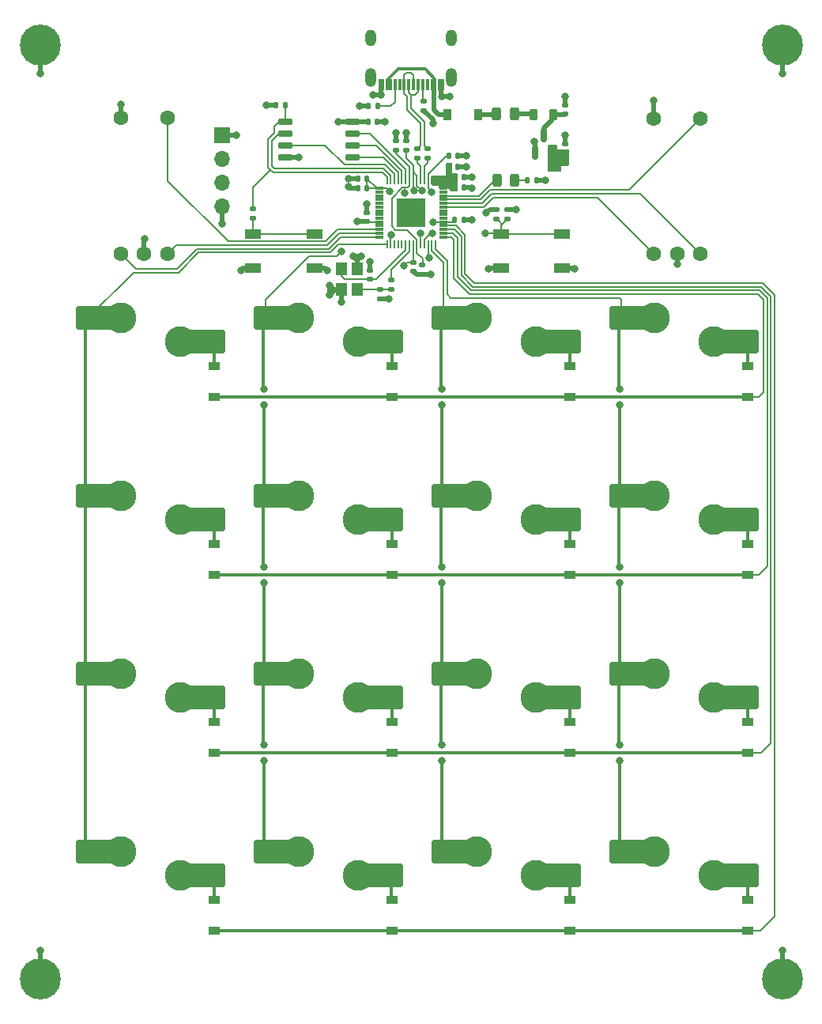
<source format=gbr>
%TF.GenerationSoftware,KiCad,Pcbnew,6.0.9-8da3e8f707~116~ubuntu20.04.1*%
%TF.CreationDate,2023-04-01T10:59:08+02:00*%
%TF.ProjectId,minikey,6d696e69-6b65-4792-9e6b-696361645f70,rev?*%
%TF.SameCoordinates,Original*%
%TF.FileFunction,Copper,L1,Top*%
%TF.FilePolarity,Positive*%
%FSLAX46Y46*%
G04 Gerber Fmt 4.6, Leading zero omitted, Abs format (unit mm)*
G04 Created by KiCad (PCBNEW 6.0.9-8da3e8f707~116~ubuntu20.04.1) date 2023-04-01 10:59:08*
%MOMM*%
%LPD*%
G01*
G04 APERTURE LIST*
G04 Aperture macros list*
%AMRoundRect*
0 Rectangle with rounded corners*
0 $1 Rounding radius*
0 $2 $3 $4 $5 $6 $7 $8 $9 X,Y pos of 4 corners*
0 Add a 4 corners polygon primitive as box body*
4,1,4,$2,$3,$4,$5,$6,$7,$8,$9,$2,$3,0*
0 Add four circle primitives for the rounded corners*
1,1,$1+$1,$2,$3*
1,1,$1+$1,$4,$5*
1,1,$1+$1,$6,$7*
1,1,$1+$1,$8,$9*
0 Add four rect primitives between the rounded corners*
20,1,$1+$1,$2,$3,$4,$5,0*
20,1,$1+$1,$4,$5,$6,$7,0*
20,1,$1+$1,$6,$7,$8,$9,0*
20,1,$1+$1,$8,$9,$2,$3,0*%
G04 Aperture macros list end*
%TA.AperFunction,SMDPad,CuDef*%
%ADD10RoundRect,0.218750X-0.218750X-0.381250X0.218750X-0.381250X0.218750X0.381250X-0.218750X0.381250X0*%
%TD*%
%TA.AperFunction,SMDPad,CuDef*%
%ADD11R,1.200000X1.400000*%
%TD*%
%TA.AperFunction,SMDPad,CuDef*%
%ADD12R,1.200000X0.900000*%
%TD*%
%TA.AperFunction,ComponentPad*%
%ADD13C,0.700000*%
%TD*%
%TA.AperFunction,ComponentPad*%
%ADD14C,4.400000*%
%TD*%
%TA.AperFunction,SMDPad,CuDef*%
%ADD15RoundRect,0.135000X0.185000X-0.135000X0.185000X0.135000X-0.185000X0.135000X-0.185000X-0.135000X0*%
%TD*%
%TA.AperFunction,SMDPad,CuDef*%
%ADD16RoundRect,0.135000X-0.135000X-0.185000X0.135000X-0.185000X0.135000X0.185000X-0.135000X0.185000X0*%
%TD*%
%TA.AperFunction,SMDPad,CuDef*%
%ADD17RoundRect,0.140000X-0.140000X-0.170000X0.140000X-0.170000X0.140000X0.170000X-0.140000X0.170000X0*%
%TD*%
%TA.AperFunction,ComponentPad*%
%ADD18O,1.200000X2.000000*%
%TD*%
%TA.AperFunction,ComponentPad*%
%ADD19O,1.200000X1.800000*%
%TD*%
%TA.AperFunction,SMDPad,CuDef*%
%ADD20R,0.300000X1.300000*%
%TD*%
%TA.AperFunction,SMDPad,CuDef*%
%ADD21RoundRect,0.140000X0.170000X-0.140000X0.170000X0.140000X-0.170000X0.140000X-0.170000X-0.140000X0*%
%TD*%
%TA.AperFunction,SMDPad,CuDef*%
%ADD22RoundRect,0.140000X-0.170000X0.140000X-0.170000X-0.140000X0.170000X-0.140000X0.170000X0.140000X0*%
%TD*%
%TA.AperFunction,SMDPad,CuDef*%
%ADD23R,1.650000X2.500000*%
%TD*%
%TA.AperFunction,ComponentPad*%
%ADD24C,3.300000*%
%TD*%
%TA.AperFunction,SMDPad,CuDef*%
%ADD25RoundRect,0.250000X-1.025000X-1.000000X1.025000X-1.000000X1.025000X1.000000X-1.025000X1.000000X0*%
%TD*%
%TA.AperFunction,SMDPad,CuDef*%
%ADD26RoundRect,0.135000X-0.185000X0.135000X-0.185000X-0.135000X0.185000X-0.135000X0.185000X0.135000X0*%
%TD*%
%TA.AperFunction,SMDPad,CuDef*%
%ADD27RoundRect,0.243750X-0.243750X-0.456250X0.243750X-0.456250X0.243750X0.456250X-0.243750X0.456250X0*%
%TD*%
%TA.AperFunction,SMDPad,CuDef*%
%ADD28RoundRect,0.140000X0.140000X0.170000X-0.140000X0.170000X-0.140000X-0.170000X0.140000X-0.170000X0*%
%TD*%
%TA.AperFunction,SMDPad,CuDef*%
%ADD29RoundRect,0.150000X-0.650000X-0.150000X0.650000X-0.150000X0.650000X0.150000X-0.650000X0.150000X0*%
%TD*%
%TA.AperFunction,SMDPad,CuDef*%
%ADD30R,1.700000X1.000000*%
%TD*%
%TA.AperFunction,SMDPad,CuDef*%
%ADD31R,0.900000X1.200000*%
%TD*%
%TA.AperFunction,SMDPad,CuDef*%
%ADD32RoundRect,0.150000X0.150000X-0.587500X0.150000X0.587500X-0.150000X0.587500X-0.150000X-0.587500X0*%
%TD*%
%TA.AperFunction,SMDPad,CuDef*%
%ADD33RoundRect,0.006000X-0.414000X-0.094000X0.414000X-0.094000X0.414000X0.094000X-0.414000X0.094000X0*%
%TD*%
%TA.AperFunction,SMDPad,CuDef*%
%ADD34RoundRect,0.020000X-0.080000X-0.400000X0.080000X-0.400000X0.080000X0.400000X-0.080000X0.400000X0*%
%TD*%
%TA.AperFunction,SMDPad,CuDef*%
%ADD35R,3.100000X3.100000*%
%TD*%
%TA.AperFunction,ComponentPad*%
%ADD36R,1.700000X1.700000*%
%TD*%
%TA.AperFunction,ComponentPad*%
%ADD37O,1.700000X1.700000*%
%TD*%
%TA.AperFunction,ComponentPad*%
%ADD38C,1.600200*%
%TD*%
%TA.AperFunction,ViaPad*%
%ADD39C,0.800000*%
%TD*%
%TA.AperFunction,Conductor*%
%ADD40C,0.500000*%
%TD*%
%TA.AperFunction,Conductor*%
%ADD41C,0.200000*%
%TD*%
%TA.AperFunction,Conductor*%
%ADD42C,0.300000*%
%TD*%
G04 APERTURE END LIST*
D10*
%TO.P,FB1,1*%
%TO.N,Net-(F1-Pad2)*%
X171237500Y-72150000D03*
%TO.P,FB1,2*%
%TO.N,Net-(C1-Pad1)*%
X173362500Y-72150000D03*
%TD*%
D11*
%TO.P,Y1,1,1*%
%TO.N,Net-(C15-Pad2)*%
X152310000Y-90910000D03*
%TO.P,Y1,2,2*%
%TO.N,GND*%
X152310000Y-88710000D03*
%TO.P,Y1,3,3*%
%TO.N,XIN*%
X150610000Y-88710000D03*
%TO.P,Y1,4,4*%
%TO.N,GND*%
X150610000Y-90910000D03*
%TD*%
D12*
%TO.P,D1,1,K*%
%TO.N,ROW0*%
X136969500Y-102424500D03*
%TO.P,D1,2,A*%
%TO.N,Net-(D1-Pad2)*%
X136969500Y-99124500D03*
%TD*%
D13*
%TO.P,H4,1,1*%
%TO.N,GND*%
X197850000Y-166370000D03*
X196200000Y-164720000D03*
X197850000Y-163070000D03*
X199016726Y-165886726D03*
X196683274Y-165886726D03*
X199016726Y-163553274D03*
D14*
X197850000Y-164720000D03*
D13*
X196683274Y-163553274D03*
X199500000Y-164720000D03*
%TD*%
D12*
%TO.P,D15,1,K*%
%TO.N,ROW2*%
X194119500Y-140524500D03*
%TO.P,D15,2,A*%
%TO.N,Net-(D15-Pad2)*%
X194119500Y-137224500D03*
%TD*%
%TO.P,D6,1,K*%
%TO.N,ROW1*%
X156019500Y-121474500D03*
%TO.P,D6,2,A*%
%TO.N,Net-(D6-Pad2)*%
X156019500Y-118174500D03*
%TD*%
D15*
%TO.P,R9,1*%
%TO.N,GND*%
X159480000Y-71770000D03*
%TO.P,R9,2*%
%TO.N,Net-(R9-Pad2)*%
X159480000Y-70750000D03*
%TD*%
D16*
%TO.P,R7,1*%
%TO.N,Net-(D17-Pad2)*%
X170562500Y-79200000D03*
%TO.P,R7,2*%
%TO.N,+3V3*%
X171582500Y-79200000D03*
%TD*%
D17*
%TO.P,C8,1*%
%TO.N,+3V3*%
X162778500Y-78867000D03*
%TO.P,C8,2*%
%TO.N,GND*%
X163738500Y-78867000D03*
%TD*%
D12*
%TO.P,D16,1,K*%
%TO.N,ROW3*%
X194119500Y-159574500D03*
%TO.P,D16,2,A*%
%TO.N,Net-(D16-Pad2)*%
X194119500Y-156274500D03*
%TD*%
D16*
%TO.P,R5,1*%
%TO.N,+3V3*%
X143570000Y-71210000D03*
%TO.P,R5,2*%
%TO.N,QSPI_SS_N*%
X144590000Y-71210000D03*
%TD*%
D18*
%TO.P,U6,0,0*%
%TO.N,unconnected-(U6-Pad0)*%
X153790895Y-68166761D03*
D19*
X162441137Y-63966862D03*
X153790895Y-63966862D03*
D18*
X162441137Y-68166761D03*
D20*
%TO.P,U6,A1,GND*%
%TO.N,GND*%
X161466029Y-68935087D03*
%TO.P,U6,A4,VBUS*%
%TO.N,VBUS*%
X160665927Y-68935087D03*
%TO.P,U6,A5,CC1*%
%TO.N,Net-(R9-Pad2)*%
X159365953Y-68935087D03*
%TO.P,U6,A6,DP1*%
%TO.N,USB_D+*%
X158365953Y-68935087D03*
%TO.P,U6,A7,DN1*%
%TO.N,USB_D-*%
X157866080Y-68935087D03*
%TO.P,U6,A8,SBU1*%
%TO.N,unconnected-(U6-PadA8)*%
X156866334Y-68935087D03*
%TO.P,U6,A9,VBUS*%
%TO.N,VBUS*%
X155565851Y-68935087D03*
%TO.P,U6,A12,GND*%
%TO.N,GND*%
X154766003Y-68935087D03*
%TO.P,U6,B1,GND*%
X155065978Y-68935087D03*
%TO.P,U6,B4,VBUS*%
%TO.N,VBUS*%
X155866080Y-68935087D03*
%TO.P,U6,B5,CC2*%
%TO.N,Net-(R8-Pad2)*%
X156365953Y-68935087D03*
%TO.P,U6,B6,DP2*%
%TO.N,USB_D+*%
X157365953Y-68935087D03*
%TO.P,U6,B7,DN2*%
%TO.N,USB_D-*%
X158866080Y-68935087D03*
%TO.P,U6,B8,SBU2*%
%TO.N,unconnected-(U6-PadB8)*%
X159866080Y-68935087D03*
%TO.P,U6,B9,VBUS*%
%TO.N,VBUS*%
X160365953Y-68935087D03*
%TO.P,U6,B12,GND*%
%TO.N,GND*%
X161166054Y-68935087D03*
%TD*%
D15*
%TO.P,R3,1*%
%TO.N,USB_D+*%
X158777500Y-76860000D03*
%TO.P,R3,2*%
X158777500Y-75840000D03*
%TD*%
D21*
%TO.P,C17,1*%
%TO.N,RUN*%
X168420000Y-83320000D03*
%TO.P,C17,2*%
%TO.N,GND*%
X168420000Y-82360000D03*
%TD*%
D22*
%TO.P,C14,1*%
%TO.N,GND*%
X153710000Y-88850000D03*
%TO.P,C14,2*%
%TO.N,XIN*%
X153710000Y-89810000D03*
%TD*%
D23*
%TO.P,SW1,1,1*%
%TO.N,Net-(D1-Pad2)*%
X135175000Y-96520000D03*
D24*
X133350000Y-96520000D03*
D25*
X136900000Y-96520000D03*
%TO.P,SW1,2,2*%
%TO.N,COL0*%
X123450000Y-93980000D03*
D23*
X125200000Y-93980000D03*
D24*
X127000000Y-93980000D03*
%TD*%
D26*
%TO.P,R4,1*%
%TO.N,+3V3*%
X167230000Y-82320000D03*
%TO.P,R4,2*%
%TO.N,RUN*%
X167230000Y-83340000D03*
%TD*%
D17*
%TO.P,C6,1*%
%TO.N,+3V3*%
X162160000Y-77740000D03*
%TO.P,C6,2*%
%TO.N,GND*%
X163120000Y-77740000D03*
%TD*%
D12*
%TO.P,D11,1,K*%
%TO.N,ROW2*%
X175069500Y-140524500D03*
%TO.P,D11,2,A*%
%TO.N,Net-(D11-Pad2)*%
X175069500Y-137224500D03*
%TD*%
D22*
%TO.P,C11,1*%
%TO.N,+3V3*%
X158360000Y-88020000D03*
%TO.P,C11,2*%
%TO.N,GND*%
X158360000Y-88980000D03*
%TD*%
D12*
%TO.P,D4,1,K*%
%TO.N,ROW3*%
X136969500Y-159574500D03*
%TO.P,D4,2,A*%
%TO.N,Net-(D4-Pad2)*%
X136969500Y-156274500D03*
%TD*%
%TO.P,D14,1,K*%
%TO.N,ROW1*%
X194119500Y-121474500D03*
%TO.P,D14,2,A*%
%TO.N,Net-(D14-Pad2)*%
X194119500Y-118174500D03*
%TD*%
D17*
%TO.P,C9,1*%
%TO.N,+3V3*%
X162778500Y-80010000D03*
%TO.P,C9,2*%
%TO.N,GND*%
X163738500Y-80010000D03*
%TD*%
D23*
%TO.P,SW10,1,1*%
%TO.N,Net-(D9-Pad2)*%
X173275000Y-96520000D03*
D24*
X171450000Y-96520000D03*
D25*
X175000000Y-96520000D03*
D23*
%TO.P,SW10,2,2*%
%TO.N,COL2*%
X163300000Y-93980000D03*
D24*
X165100000Y-93980000D03*
D25*
X161550000Y-93980000D03*
%TD*%
D24*
%TO.P,SW17,1,1*%
%TO.N,Net-(D15-Pad2)*%
X190500000Y-134620000D03*
D25*
X194050000Y-134620000D03*
D23*
X192325000Y-134620000D03*
%TO.P,SW17,2,2*%
%TO.N,COL3*%
X182350000Y-132080000D03*
D25*
X180600000Y-132080000D03*
D24*
X184150000Y-132080000D03*
%TD*%
D27*
%TO.P,D17,1,K*%
%TO.N,LED*%
X167345000Y-79190000D03*
%TO.P,D17,2,A*%
%TO.N,Net-(D17-Pad2)*%
X169220000Y-79190000D03*
%TD*%
D21*
%TO.P,C3,1*%
%TO.N,+1V1*%
X156487000Y-75960000D03*
%TO.P,C3,2*%
%TO.N,GND*%
X156487000Y-75000000D03*
%TD*%
D12*
%TO.P,D7,1,K*%
%TO.N,ROW2*%
X156019500Y-140524500D03*
%TO.P,D7,2,A*%
%TO.N,Net-(D7-Pad2)*%
X156019500Y-137224500D03*
%TD*%
D21*
%TO.P,C12,1*%
%TO.N,+3V3*%
X153352500Y-83637000D03*
%TO.P,C12,2*%
%TO.N,GND*%
X153352500Y-82677000D03*
%TD*%
D28*
%TO.P,C18,1*%
%TO.N,+3V3*%
X153340000Y-79010000D03*
%TO.P,C18,2*%
%TO.N,GND*%
X152380000Y-79010000D03*
%TD*%
D12*
%TO.P,D12,1,K*%
%TO.N,ROW3*%
X175069500Y-159574500D03*
%TO.P,D12,2,A*%
%TO.N,Net-(D12-Pad2)*%
X175069500Y-156274500D03*
%TD*%
D13*
%TO.P,H1,1,1*%
%TO.N,GND*%
X118360000Y-63070000D03*
X117193274Y-65886726D03*
X120010000Y-64720000D03*
X119526726Y-65886726D03*
D14*
X118360000Y-64720000D03*
D13*
X118360000Y-66370000D03*
X116710000Y-64720000D03*
X117193274Y-63553274D03*
X119526726Y-63553274D03*
%TD*%
D23*
%TO.P,SW9,1,1*%
%TO.N,Net-(D8-Pad2)*%
X154225000Y-153670000D03*
D25*
X155950000Y-153670000D03*
D24*
X152400000Y-153670000D03*
D25*
%TO.P,SW9,2,2*%
%TO.N,COL1*%
X142500000Y-151130000D03*
D23*
X144250000Y-151130000D03*
D24*
X146050000Y-151130000D03*
%TD*%
D29*
%TO.P,U3,1,~{CS}*%
%TO.N,QSPI_SS_N*%
X144590000Y-72945000D03*
%TO.P,U3,2,DO(IO1)*%
%TO.N,QSPI_SD1*%
X144590000Y-74215000D03*
%TO.P,U3,3,IO2*%
%TO.N,QSPI_SD2*%
X144590000Y-75485000D03*
%TO.P,U3,4,GND*%
%TO.N,GND*%
X144590000Y-76755000D03*
%TO.P,U3,5,DI(IO0)*%
%TO.N,QSPI_SD0*%
X151790000Y-76755000D03*
%TO.P,U3,6,CLK*%
%TO.N,QSPI_SCLK*%
X151790000Y-75485000D03*
%TO.P,U3,7,IO3*%
%TO.N,QSPI_SD3*%
X151790000Y-74215000D03*
%TO.P,U3,8,VCC*%
%TO.N,+3V3*%
X151790000Y-72945000D03*
%TD*%
D30*
%TO.P,U4,1,A*%
%TO.N,GND*%
X147790000Y-88650000D03*
%TO.P,U4,2,B*%
X141190050Y-88651270D03*
%TO.P,U4,3,C*%
%TO.N,Net-(R1-Pad1)*%
X147790000Y-84950482D03*
%TO.P,U4,4,D*%
X141190050Y-84950482D03*
%TD*%
D31*
%TO.P,D18,1,K*%
%TO.N,Net-(D18-Pad1)*%
X165300000Y-72190000D03*
%TO.P,D18,2,A*%
%TO.N,VBUS*%
X162000000Y-72190000D03*
%TD*%
D25*
%TO.P,SW6,1,1*%
%TO.N,Net-(D5-Pad2)*%
X155950000Y-96520000D03*
D24*
X152400000Y-96520000D03*
D23*
X154225000Y-96520000D03*
%TO.P,SW6,2,2*%
%TO.N,COL1*%
X144250000Y-93980000D03*
D25*
X142500000Y-93980000D03*
D24*
X146050000Y-93980000D03*
%TD*%
D32*
%TO.P,U2,1,GND*%
%TO.N,GND*%
X171340000Y-76275000D03*
%TO.P,U2,2,VO*%
%TO.N,+3V3*%
X173240000Y-76275000D03*
%TO.P,U2,3,VI*%
%TO.N,Net-(C1-Pad1)*%
X172290000Y-74400000D03*
%TD*%
D17*
%TO.P,C5,1*%
%TO.N,+1V1*%
X162160000Y-76597000D03*
%TO.P,C5,2*%
%TO.N,GND*%
X163120000Y-76597000D03*
%TD*%
D25*
%TO.P,SW11,1,1*%
%TO.N,Net-(D10-Pad2)*%
X175000000Y-115570000D03*
D24*
X171450000Y-115570000D03*
D23*
X173275000Y-115570000D03*
D24*
%TO.P,SW11,2,2*%
%TO.N,COL2*%
X165100000Y-113030000D03*
D23*
X163300000Y-113030000D03*
D25*
X161550000Y-113030000D03*
%TD*%
D24*
%TO.P,SW13,1,1*%
%TO.N,Net-(D12-Pad2)*%
X171450000Y-153670000D03*
D25*
X175000000Y-153670000D03*
D23*
X173275000Y-153670000D03*
D24*
%TO.P,SW13,2,2*%
%TO.N,COL2*%
X165100000Y-151130000D03*
D25*
X161550000Y-151130000D03*
D23*
X163300000Y-151130000D03*
%TD*%
D15*
%TO.P,R6,1*%
%TO.N,Net-(C15-Pad2)*%
X155940000Y-90920000D03*
%TO.P,R6,2*%
%TO.N,XOUT*%
X155940000Y-89900000D03*
%TD*%
D12*
%TO.P,D8,1,K*%
%TO.N,ROW3*%
X156019500Y-159574500D03*
%TO.P,D8,2,A*%
%TO.N,Net-(D8-Pad2)*%
X156019500Y-156274500D03*
%TD*%
D21*
%TO.P,C7,1*%
%TO.N,+3V3*%
X157570000Y-75960000D03*
%TO.P,C7,2*%
%TO.N,GND*%
X157570000Y-75000000D03*
%TD*%
D24*
%TO.P,SW3,1,1*%
%TO.N,Net-(D3-Pad2)*%
X133350000Y-134620000D03*
D25*
X136900000Y-134620000D03*
D23*
X135175000Y-134620000D03*
D25*
%TO.P,SW3,2,2*%
%TO.N,COL0*%
X123450000Y-132080000D03*
D23*
X125200000Y-132080000D03*
D24*
X127000000Y-132080000D03*
%TD*%
D33*
%TO.P,U1,1,IOVDD*%
%TO.N,+3V3*%
X154680000Y-80077000D03*
%TO.P,U1,2,GPIO0*%
%TO.N,unconnected-(U1-Pad2)*%
X154680000Y-80477000D03*
%TO.P,U1,3,GPIO1*%
%TO.N,unconnected-(U1-Pad3)*%
X154680000Y-80877000D03*
%TO.P,U1,4,GPIO2*%
%TO.N,unconnected-(U1-Pad4)*%
X154680000Y-81277000D03*
%TO.P,U1,5,GPIO3*%
%TO.N,unconnected-(U1-Pad5)*%
X154680000Y-81677000D03*
%TO.P,U1,6,GPIO4*%
%TO.N,unconnected-(U1-Pad6)*%
X154680000Y-82077000D03*
%TO.P,U1,7,GPIO5*%
%TO.N,unconnected-(U1-Pad7)*%
X154680000Y-82477000D03*
%TO.P,U1,8,GPIO6*%
%TO.N,unconnected-(U1-Pad8)*%
X154680000Y-82877000D03*
%TO.P,U1,9,GPIO7*%
%TO.N,unconnected-(U1-Pad9)*%
X154680000Y-83277000D03*
%TO.P,U1,10,IOVDD*%
%TO.N,+3V3*%
X154680000Y-83677000D03*
%TO.P,U1,11,GPIO8*%
%TO.N,unconnected-(U1-Pad11)*%
X154680000Y-84077000D03*
%TO.P,U1,12,GPIO9*%
%TO.N,ROT1_BTN*%
X154680000Y-84477000D03*
%TO.P,U1,13,GPIO10*%
%TO.N,ROT1_A*%
X154680000Y-84877000D03*
%TO.P,U1,14,GPIO11*%
%TO.N,ROT1_B*%
X154680000Y-85277000D03*
D34*
%TO.P,U1,15,GPIO12*%
%TO.N,COL0*%
X155515000Y-86112000D03*
%TO.P,U1,16,GPIO13*%
%TO.N,COL1*%
X155915000Y-86112000D03*
%TO.P,U1,17,GPIO14*%
%TO.N,unconnected-(U1-Pad17)*%
X156315000Y-86112000D03*
%TO.P,U1,18,GPIO15*%
%TO.N,unconnected-(U1-Pad18)*%
X156715000Y-86112000D03*
%TO.P,U1,19,TESTEN*%
%TO.N,unconnected-(U1-Pad19)*%
X157115000Y-86112000D03*
%TO.P,U1,20,XIN*%
%TO.N,XIN*%
X157515000Y-86112000D03*
%TO.P,U1,21,XOUT*%
%TO.N,XOUT*%
X157915000Y-86112000D03*
%TO.P,U1,22,IOVDD*%
%TO.N,+3V3*%
X158315000Y-86112000D03*
%TO.P,U1,23,DVDD*%
%TO.N,+1V1*%
X158715000Y-86112000D03*
%TO.P,U1,24,SWCLK*%
%TO.N,SWCLK*%
X159115000Y-86112000D03*
%TO.P,U1,25,SWDIO*%
%TO.N,SWDIO*%
X159515000Y-86112000D03*
%TO.P,U1,26,RUN*%
%TO.N,RUN*%
X159915000Y-86112000D03*
%TO.P,U1,27,GPIO16*%
%TO.N,COL2*%
X160315000Y-86112000D03*
%TO.P,U1,28,GPIO17*%
%TO.N,COL3*%
X160715000Y-86112000D03*
D33*
%TO.P,U1,29,GPIO18*%
%TO.N,ROW0*%
X161550000Y-85277000D03*
%TO.P,U1,30,GPIO19*%
%TO.N,ROW1*%
X161550000Y-84877000D03*
%TO.P,U1,31,GPIO20*%
%TO.N,ROW2*%
X161550000Y-84477000D03*
%TO.P,U1,32,GPIO21*%
%TO.N,ROW3*%
X161550000Y-84077000D03*
%TO.P,U1,33,IOVDD*%
%TO.N,+3V3*%
X161550000Y-83677000D03*
%TO.P,U1,34,GPIO22*%
%TO.N,unconnected-(U1-Pad34)*%
X161550000Y-83277000D03*
%TO.P,U1,35,GPIO23*%
%TO.N,unconnected-(U1-Pad35)*%
X161550000Y-82877000D03*
%TO.P,U1,36,GPIO24*%
%TO.N,unconnected-(U1-Pad36)*%
X161550000Y-82477000D03*
%TO.P,U1,37,GPIO25*%
%TO.N,ROT2_B*%
X161550000Y-82077000D03*
%TO.P,U1,38,GPIO26/ADC0*%
%TO.N,ROT2_A*%
X161550000Y-81677000D03*
%TO.P,U1,39,GPIO27/ADC1*%
%TO.N,ROT2_BTN*%
X161550000Y-81277000D03*
%TO.P,U1,40,GPIO28/ADC2*%
%TO.N,LED*%
X161550000Y-80877000D03*
%TO.P,U1,41,GPIO29/ADC3*%
%TO.N,unconnected-(U1-Pad41)*%
X161550000Y-80477000D03*
%TO.P,U1,42,IOVDD*%
%TO.N,+3V3*%
X161550000Y-80077000D03*
D34*
%TO.P,U1,43,ADC_AVDD*%
X160715000Y-79242000D03*
%TO.P,U1,44,VREG_VIN*%
X160315000Y-79242000D03*
%TO.P,U1,45,VREG_VOUT*%
%TO.N,+1V1*%
X159915000Y-79242000D03*
%TO.P,U1,46,USB_DM*%
%TO.N,USB_D-*%
X159515000Y-79242000D03*
%TO.P,U1,47,USB_DP*%
%TO.N,USB_D+*%
X159115000Y-79242000D03*
%TO.P,U1,48,USB_VDD*%
%TO.N,+3V3*%
X158715000Y-79242000D03*
%TO.P,U1,49,IOVDD*%
X158315000Y-79242000D03*
%TO.P,U1,50,DVDD*%
%TO.N,+1V1*%
X157915000Y-79242000D03*
%TO.P,U1,51,QSPI_SD3*%
%TO.N,QSPI_SD3*%
X157515000Y-79242000D03*
%TO.P,U1,52,QSPI_SCLK*%
%TO.N,QSPI_SCLK*%
X157115000Y-79242000D03*
%TO.P,U1,53,QSPI_SD0*%
%TO.N,QSPI_SD0*%
X156715000Y-79242000D03*
%TO.P,U1,54,QSPI_SD2*%
%TO.N,QSPI_SD2*%
X156315000Y-79242000D03*
%TO.P,U1,55,QSPI_SD1*%
%TO.N,QSPI_SD1*%
X155915000Y-79242000D03*
%TO.P,U1,56,QSPI_SS_N*%
%TO.N,QSPI_SS_N*%
X155515000Y-79242000D03*
D35*
%TO.P,U1,57,GND*%
%TO.N,GND*%
X158115000Y-82677000D03*
%TD*%
D12*
%TO.P,D13,1,K*%
%TO.N,ROW0*%
X194119500Y-102424500D03*
%TO.P,D13,2,A*%
%TO.N,Net-(D13-Pad2)*%
X194119500Y-99124500D03*
%TD*%
D23*
%TO.P,SW12,1,1*%
%TO.N,Net-(D11-Pad2)*%
X173275000Y-134620000D03*
D25*
X175000000Y-134620000D03*
D24*
X171450000Y-134620000D03*
%TO.P,SW12,2,2*%
%TO.N,COL2*%
X165100000Y-132080000D03*
D25*
X161550000Y-132080000D03*
D23*
X163300000Y-132080000D03*
%TD*%
D24*
%TO.P,SW7,1,1*%
%TO.N,Net-(D6-Pad2)*%
X152400000Y-115570000D03*
D23*
X154225000Y-115570000D03*
D25*
X155950000Y-115570000D03*
%TO.P,SW7,2,2*%
%TO.N,COL1*%
X142500000Y-113030000D03*
D23*
X144250000Y-113030000D03*
D24*
X146050000Y-113030000D03*
%TD*%
D30*
%TO.P,U5,1,A*%
%TO.N,RUN*%
X167700025Y-84950876D03*
%TO.P,U5,2,B*%
X174299975Y-84949606D03*
%TO.P,U5,3,C*%
%TO.N,GND*%
X167700025Y-88650394D03*
%TO.P,U5,4,D*%
X174299975Y-88650394D03*
%TD*%
D12*
%TO.P,D5,1,K*%
%TO.N,ROW0*%
X156019500Y-102424500D03*
%TO.P,D5,2,A*%
%TO.N,Net-(D5-Pad2)*%
X156019500Y-99124500D03*
%TD*%
D23*
%TO.P,SW18,1,1*%
%TO.N,Net-(D16-Pad2)*%
X192325000Y-153670000D03*
D24*
X190500000Y-153670000D03*
D25*
X194050000Y-153670000D03*
D23*
%TO.P,SW18,2,2*%
%TO.N,COL3*%
X182350000Y-151130000D03*
D24*
X184150000Y-151130000D03*
D25*
X180600000Y-151130000D03*
%TD*%
D23*
%TO.P,SW2,1,1*%
%TO.N,Net-(D2-Pad2)*%
X135175000Y-115570000D03*
D24*
X133350000Y-115570000D03*
D25*
X136900000Y-115570000D03*
D24*
%TO.P,SW2,2,2*%
%TO.N,COL0*%
X127000000Y-113030000D03*
D23*
X125200000Y-113030000D03*
D25*
X123450000Y-113030000D03*
%TD*%
D12*
%TO.P,D10,1,K*%
%TO.N,ROW1*%
X175069500Y-121474500D03*
%TO.P,D10,2,A*%
%TO.N,Net-(D10-Pad2)*%
X175069500Y-118174500D03*
%TD*%
D24*
%TO.P,SW15,1,1*%
%TO.N,Net-(D13-Pad2)*%
X190500000Y-96520000D03*
D25*
X194050000Y-96520000D03*
D23*
X192325000Y-96520000D03*
D25*
%TO.P,SW15,2,2*%
%TO.N,COL3*%
X180600000Y-93980000D03*
D24*
X184150000Y-93980000D03*
D23*
X182350000Y-93980000D03*
%TD*%
D25*
%TO.P,SW4,1,1*%
%TO.N,Net-(D4-Pad2)*%
X136900000Y-153670000D03*
D24*
X133350000Y-153670000D03*
D23*
X135175000Y-153670000D03*
D24*
%TO.P,SW4,2,2*%
%TO.N,COL0*%
X127000000Y-151130000D03*
D25*
X123450000Y-151130000D03*
D23*
X125200000Y-151130000D03*
%TD*%
%TO.P,SW8,1,1*%
%TO.N,Net-(D7-Pad2)*%
X154225000Y-134620000D03*
D25*
X155950000Y-134620000D03*
D24*
X152400000Y-134620000D03*
D23*
%TO.P,SW8,2,2*%
%TO.N,COL1*%
X144250000Y-132080000D03*
D25*
X142500000Y-132080000D03*
D24*
X146050000Y-132080000D03*
%TD*%
D12*
%TO.P,D9,1,K*%
%TO.N,ROW0*%
X175069500Y-102424500D03*
%TO.P,D9,2,A*%
%TO.N,Net-(D9-Pad2)*%
X175069500Y-99124500D03*
%TD*%
D15*
%TO.P,R2,1*%
%TO.N,USB_D-*%
X159860000Y-76870000D03*
%TO.P,R2,2*%
X159860000Y-75850000D03*
%TD*%
D21*
%TO.P,C15,1*%
%TO.N,GND*%
X154780000Y-91880000D03*
%TO.P,C15,2*%
%TO.N,Net-(C15-Pad2)*%
X154780000Y-90920000D03*
%TD*%
D16*
%TO.P,R8,1*%
%TO.N,GND*%
X153500000Y-71270000D03*
%TO.P,R8,2*%
%TO.N,Net-(R8-Pad2)*%
X154520000Y-71270000D03*
%TD*%
D13*
%TO.P,H2,1,1*%
%TO.N,GND*%
X117193274Y-163573274D03*
X117193274Y-165906726D03*
X119526726Y-165906726D03*
X116710000Y-164740000D03*
D14*
X118360000Y-164740000D03*
D13*
X120010000Y-164740000D03*
X118360000Y-166390000D03*
X119526726Y-163573274D03*
X118360000Y-163090000D03*
%TD*%
D17*
%TO.P,C16,1*%
%TO.N,+3V3*%
X153490000Y-72970000D03*
%TO.P,C16,2*%
%TO.N,GND*%
X154450000Y-72970000D03*
%TD*%
D21*
%TO.P,C2,1*%
%TO.N,+3V3*%
X174600000Y-76280000D03*
%TO.P,C2,2*%
%TO.N,GND*%
X174600000Y-75320000D03*
%TD*%
%TO.P,C1,1*%
%TO.N,Net-(C1-Pad1)*%
X174630000Y-72140000D03*
%TO.P,C1,2*%
%TO.N,GND*%
X174630000Y-71180000D03*
%TD*%
D17*
%TO.P,C10,1*%
%TO.N,+3V3*%
X162778500Y-83439000D03*
%TO.P,C10,2*%
%TO.N,GND*%
X163738500Y-83439000D03*
%TD*%
D28*
%TO.P,C13,1*%
%TO.N,+3V3*%
X153350000Y-80090000D03*
%TO.P,C13,2*%
%TO.N,GND*%
X152390000Y-80090000D03*
%TD*%
D13*
%TO.P,H3,1,1*%
%TO.N,GND*%
X199016726Y-65886726D03*
X199500000Y-64720000D03*
X196683274Y-65886726D03*
D14*
X197850000Y-64720000D03*
D13*
X197850000Y-66370000D03*
X196200000Y-64720000D03*
X197850000Y-63070000D03*
X199016726Y-63553274D03*
X196683274Y-63553274D03*
%TD*%
D27*
%TO.P,F1,1*%
%TO.N,Net-(D18-Pad1)*%
X167272500Y-72130000D03*
%TO.P,F1,2*%
%TO.N,Net-(F1-Pad2)*%
X169147500Y-72130000D03*
%TD*%
D23*
%TO.P,SW16,1,1*%
%TO.N,Net-(D14-Pad2)*%
X192325000Y-115570000D03*
D24*
X190500000Y-115570000D03*
D25*
X194050000Y-115570000D03*
D24*
%TO.P,SW16,2,2*%
%TO.N,COL3*%
X184150000Y-113030000D03*
D25*
X180600000Y-113030000D03*
D23*
X182350000Y-113030000D03*
%TD*%
D15*
%TO.P,R1,1*%
%TO.N,Net-(R1-Pad1)*%
X141190000Y-83250000D03*
%TO.P,R1,2*%
%TO.N,QSPI_SS_N*%
X141190000Y-82230000D03*
%TD*%
D36*
%TO.P,J1,1,Pin_1*%
%TO.N,+3V3*%
X137820000Y-74380000D03*
D37*
%TO.P,J1,2,Pin_2*%
%TO.N,SWDIO*%
X137820000Y-76920000D03*
%TO.P,J1,3,Pin_3*%
%TO.N,SWCLK*%
X137820000Y-79460000D03*
%TO.P,J1,4,Pin_4*%
%TO.N,GND*%
X137820000Y-82000000D03*
%TD*%
D12*
%TO.P,D2,1,K*%
%TO.N,ROW1*%
X136969500Y-121474500D03*
%TO.P,D2,2,A*%
%TO.N,Net-(D2-Pad2)*%
X136969500Y-118174500D03*
%TD*%
D22*
%TO.P,C4,1*%
%TO.N,+1V1*%
X159312500Y-88302000D03*
%TO.P,C4,2*%
%TO.N,GND*%
X159312500Y-89262000D03*
%TD*%
D12*
%TO.P,D3,1,K*%
%TO.N,ROW2*%
X136969500Y-140524500D03*
%TO.P,D3,2,A*%
%TO.N,Net-(D3-Pad2)*%
X136969500Y-137224500D03*
%TD*%
D38*
%TO.P,U7,1,1*%
%TO.N,ROT1_BTN*%
X132008450Y-72558908D03*
%TO.P,U7,2,2*%
%TO.N,GND*%
X127008450Y-72558908D03*
%TO.P,U7,A,A*%
%TO.N,ROT1_A*%
X132008450Y-87058908D03*
%TO.P,U7,B,B*%
%TO.N,GND*%
X129508450Y-87058908D03*
%TO.P,U7,C,C*%
%TO.N,ROT1_B*%
X127008450Y-87058908D03*
%TD*%
%TO.P,U8,1,1*%
%TO.N,ROT2_BTN*%
X189088450Y-72568908D03*
%TO.P,U8,2,2*%
%TO.N,GND*%
X184088450Y-72568908D03*
%TO.P,U8,A,A*%
%TO.N,ROT2_A*%
X189088450Y-87068908D03*
%TO.P,U8,B,B*%
%TO.N,GND*%
X186588450Y-87068908D03*
%TO.P,U8,C,C*%
%TO.N,ROT2_B*%
X184088450Y-87068908D03*
%TD*%
D39*
%TO.N,GND*%
X184090000Y-70680000D03*
X197860000Y-161680000D03*
X163990000Y-77760000D03*
X152730000Y-87360000D03*
X157570000Y-74120000D03*
X166400000Y-88670000D03*
X197850000Y-67790000D03*
X154870000Y-70070000D03*
X159140000Y-83700000D03*
X137830000Y-83880000D03*
X155760000Y-91930000D03*
X160420000Y-73080000D03*
X153340000Y-81710000D03*
X151430000Y-79079569D03*
X169320000Y-82350000D03*
X174630000Y-70220000D03*
X164630000Y-83460000D03*
X159120000Y-81640000D03*
X156470000Y-74120000D03*
X164610000Y-80030000D03*
X154030000Y-70050000D03*
X118380000Y-161670000D03*
X150600000Y-92280000D03*
X151420000Y-79900500D03*
X153710000Y-87900000D03*
X164000000Y-76610000D03*
X149370000Y-90500000D03*
X171330000Y-75060000D03*
X149360000Y-91480000D03*
X157100000Y-81690000D03*
X158110000Y-82660000D03*
X174590000Y-74380000D03*
X129520000Y-85490000D03*
X139850000Y-88850000D03*
X151910000Y-87360000D03*
X162270000Y-70230000D03*
X175580000Y-88660000D03*
X186580000Y-88220000D03*
X152600000Y-71270000D03*
X118360000Y-67770000D03*
X146100000Y-76790000D03*
X160220000Y-89280000D03*
X164600000Y-78840000D03*
X149110000Y-88880000D03*
X161415554Y-70220000D03*
X127000000Y-71050000D03*
X155320000Y-72970000D03*
%TO.N,+3V3*%
X166160145Y-82704014D03*
X155780000Y-80370000D03*
X160480000Y-83680000D03*
X150320000Y-72940000D03*
X172490000Y-79190000D03*
X161960000Y-79380000D03*
X142610000Y-71200000D03*
X159260000Y-80350000D03*
X174440000Y-77170000D03*
X157367465Y-88347465D03*
X152360000Y-83650000D03*
X173240000Y-77700000D03*
X139380000Y-74370000D03*
X158410000Y-80340000D03*
%TO.N,RUN*%
X166030000Y-84910000D03*
X160016878Y-87473122D03*
%TO.N,SWDIO*%
X160400000Y-84900000D03*
%TO.N,SWCLK*%
X159120000Y-84890000D03*
%TO.N,COL1*%
X142303500Y-122301000D03*
X155930000Y-85040000D03*
X142303500Y-120586500D03*
X150630000Y-86811500D03*
X142303500Y-141351000D03*
X142303500Y-103251000D03*
X142303500Y-101536500D03*
X142303500Y-139636500D03*
%TO.N,COL2*%
X161353500Y-141351000D03*
X161353500Y-101536500D03*
X161353500Y-120586500D03*
X161353500Y-139636500D03*
X161353500Y-122301000D03*
X161353500Y-103251000D03*
%TO.N,COL3*%
X180403500Y-103251000D03*
X180403500Y-101536500D03*
X180403500Y-139636500D03*
X180403500Y-120586500D03*
X180403500Y-122301000D03*
X180403500Y-141351000D03*
%TO.N,+1V1*%
X157428242Y-80527498D03*
X160300000Y-80450000D03*
%TD*%
D40*
%TO.N,GND*%
X184088450Y-70681550D02*
X184090000Y-70680000D01*
X184088450Y-72568908D02*
X184088450Y-70681550D01*
%TO.N,Net-(F1-Pad2)*%
X169147500Y-72130000D02*
X171217500Y-72130000D01*
X171217500Y-72130000D02*
X171237500Y-72150000D01*
%TO.N,Net-(C1-Pad1)*%
X173212500Y-72150000D02*
X173212500Y-72727500D01*
X173212500Y-72727500D02*
X172290000Y-73650000D01*
X174620000Y-72150000D02*
X174630000Y-72140000D01*
X172290000Y-73650000D02*
X172290000Y-74400000D01*
X173212500Y-72150000D02*
X174620000Y-72150000D01*
%TO.N,GND*%
X150600000Y-92280000D02*
X150600000Y-90920000D01*
X157570000Y-75000000D02*
X157570000Y-74120000D01*
X174630000Y-71180000D02*
X174630000Y-70220000D01*
X149370000Y-90500000D02*
X149370000Y-91470000D01*
X140048730Y-88651270D02*
X139850000Y-88850000D01*
X146100000Y-76790000D02*
X144625000Y-76790000D01*
X151609500Y-80090000D02*
X151420000Y-79900500D01*
X152380000Y-79010000D02*
X151499569Y-79010000D01*
X186588450Y-88211550D02*
X186580000Y-88220000D01*
D41*
X161415554Y-70220000D02*
X161116054Y-69920500D01*
D40*
X154840895Y-70010895D02*
X154840895Y-68935087D01*
X137820000Y-82000000D02*
X137820000Y-83870000D01*
X163987000Y-76597000D02*
X164000000Y-76610000D01*
X149930000Y-90910000D02*
X149360000Y-91480000D01*
X147790000Y-88650000D02*
X148880000Y-88650000D01*
X163970000Y-77740000D02*
X163990000Y-77760000D01*
X151499569Y-79010000D02*
X151430000Y-79079569D01*
X149780000Y-90910000D02*
X149370000Y-90500000D01*
X163120000Y-76597000D02*
X163987000Y-76597000D01*
X186588450Y-86688908D02*
X186588450Y-88211550D01*
X163738500Y-78867000D02*
X164573000Y-78867000D01*
D41*
X161116054Y-69920500D02*
X161116054Y-69050000D01*
D40*
X150610000Y-90910000D02*
X149930000Y-90910000D01*
X163120000Y-77740000D02*
X163970000Y-77740000D01*
X127008450Y-71058450D02*
X127000000Y-71050000D01*
X154870000Y-70070000D02*
X154050000Y-70070000D01*
X164609000Y-83439000D02*
X164630000Y-83460000D01*
X152310000Y-87780000D02*
X152730000Y-87360000D01*
X155710000Y-91880000D02*
X155760000Y-91930000D01*
X141190050Y-88651270D02*
X140048730Y-88651270D01*
X171340000Y-75070000D02*
X171330000Y-75060000D01*
X129508450Y-87058908D02*
X129508450Y-85501550D01*
D41*
X161270000Y-70074446D02*
X161270000Y-69039033D01*
D40*
X153352500Y-81722500D02*
X153340000Y-81710000D01*
X166419606Y-88650394D02*
X166400000Y-88670000D01*
X162270000Y-70230000D02*
X161425554Y-70230000D01*
X161425554Y-70230000D02*
X161415554Y-70220000D01*
X137820000Y-83870000D02*
X137830000Y-83880000D01*
X148880000Y-88650000D02*
X149110000Y-88880000D01*
X149370000Y-91470000D02*
X149360000Y-91480000D01*
X150600000Y-90920000D02*
X150610000Y-90910000D01*
X164590000Y-80010000D02*
X164610000Y-80030000D01*
X174600000Y-74390000D02*
X174590000Y-74380000D01*
X159312500Y-89262000D02*
X160202000Y-89262000D01*
X152390000Y-80090000D02*
X151609500Y-80090000D01*
D41*
X161415554Y-70220000D02*
X161270000Y-70074446D01*
D40*
X154900000Y-70070000D02*
X154840895Y-70010895D01*
X158360000Y-88980000D02*
X158642000Y-89262000D01*
X154450000Y-72970000D02*
X155320000Y-72970000D01*
X169310000Y-82360000D02*
X169320000Y-82350000D01*
X156487000Y-74137000D02*
X156470000Y-74120000D01*
X167700025Y-88650394D02*
X166419606Y-88650394D01*
X158642000Y-89262000D02*
X159312500Y-89262000D01*
D41*
X161270000Y-69039033D02*
X161166054Y-68935087D01*
D40*
X171340000Y-76275000D02*
X171340000Y-75070000D01*
D41*
X161466029Y-68935087D02*
X161466029Y-70169525D01*
D40*
X118380000Y-161670000D02*
X118380000Y-164720000D01*
X154870000Y-70070000D02*
X154900000Y-70070000D01*
X197850000Y-164720000D02*
X197850000Y-161690000D01*
X156487000Y-75000000D02*
X156487000Y-74137000D01*
X163738500Y-83439000D02*
X164609000Y-83439000D01*
X151910000Y-87360000D02*
X152730000Y-87360000D01*
X118380000Y-164720000D02*
X118360000Y-164740000D01*
X154050000Y-70070000D02*
X154030000Y-70050000D01*
X152310000Y-88710000D02*
X152310000Y-87760000D01*
X163738500Y-80010000D02*
X164590000Y-80010000D01*
X127008450Y-72558908D02*
X127008450Y-71058450D01*
X152310000Y-88710000D02*
X152310000Y-87780000D01*
X154780000Y-91880000D02*
X155710000Y-91880000D01*
D41*
X161466029Y-70169525D02*
X161415554Y-70220000D01*
D40*
X164573000Y-78867000D02*
X164600000Y-78840000D01*
X174600000Y-75320000D02*
X174600000Y-74390000D01*
X129508450Y-85501550D02*
X129520000Y-85490000D01*
X174299975Y-88650394D02*
X175570394Y-88650394D01*
X153500000Y-71270000D02*
X152600000Y-71270000D01*
X168420000Y-82360000D02*
X169310000Y-82360000D01*
X118360000Y-67770000D02*
X118360000Y-64720000D01*
X144625000Y-76790000D02*
X144590000Y-76755000D01*
X160202000Y-89262000D02*
X160220000Y-89280000D01*
X153352500Y-82677000D02*
X153352500Y-81722500D01*
X150610000Y-90910000D02*
X149780000Y-90910000D01*
X152310000Y-87760000D02*
X151910000Y-87360000D01*
X160420000Y-72710000D02*
X160420000Y-73080000D01*
X197850000Y-161690000D02*
X197860000Y-161680000D01*
X197850000Y-67790000D02*
X197850000Y-64720000D01*
X153710000Y-88850000D02*
X153710000Y-87900000D01*
X175570394Y-88650394D02*
X175580000Y-88660000D01*
X159480000Y-71770000D02*
X160420000Y-72710000D01*
D41*
%TO.N,+3V3*%
X159260000Y-80350000D02*
X158690000Y-79780000D01*
D40*
X166544159Y-82320000D02*
X166160145Y-82704014D01*
X151790000Y-72945000D02*
X150325000Y-72945000D01*
D41*
X158315000Y-86112000D02*
X158315000Y-87975000D01*
X154680000Y-80077000D02*
X154407000Y-80077000D01*
X161550000Y-83677000D02*
X162540500Y-83677000D01*
D40*
X142620000Y-71210000D02*
X142610000Y-71200000D01*
D41*
X158690000Y-79780000D02*
X158690000Y-79267000D01*
X158315000Y-79242000D02*
X158315000Y-78315000D01*
X161550000Y-83677000D02*
X160483000Y-83677000D01*
D40*
X153339500Y-83650000D02*
X153352500Y-83637000D01*
D41*
X157694930Y-88020000D02*
X157367465Y-88347465D01*
X154680000Y-80077000D02*
X155487000Y-80077000D01*
D40*
X143570000Y-71210000D02*
X142620000Y-71210000D01*
D41*
X157570000Y-76860000D02*
X157570000Y-75960000D01*
D40*
X137820000Y-74380000D02*
X139370000Y-74380000D01*
D41*
X158715000Y-79242000D02*
X158715000Y-78715000D01*
X153392500Y-83677000D02*
X153352500Y-83637000D01*
D40*
X150325000Y-72945000D02*
X150320000Y-72940000D01*
X174595000Y-76275000D02*
X174600000Y-76280000D01*
D41*
X158690000Y-79267000D02*
X158715000Y-79242000D01*
D40*
X151790000Y-72945000D02*
X153465000Y-72945000D01*
D41*
X155487000Y-80077000D02*
X155780000Y-80370000D01*
X158715000Y-78715000D02*
X158315000Y-78315000D01*
X154680000Y-83677000D02*
X153392500Y-83677000D01*
X162540500Y-83677000D02*
X162778500Y-83439000D01*
X153340000Y-79010000D02*
X153340000Y-80080000D01*
D40*
X152360000Y-83650000D02*
X153339500Y-83650000D01*
D41*
X160483000Y-83677000D02*
X160480000Y-83680000D01*
X158360000Y-88020000D02*
X157694930Y-88020000D01*
D40*
X153465000Y-72945000D02*
X153490000Y-72970000D01*
X139370000Y-74380000D02*
X139380000Y-74370000D01*
X171582500Y-79200000D02*
X172480000Y-79200000D01*
D41*
X158315000Y-87975000D02*
X158360000Y-88020000D01*
X161692000Y-79242000D02*
X161830000Y-79380000D01*
D40*
X167230000Y-82320000D02*
X166544159Y-82320000D01*
D41*
X158315000Y-77605000D02*
X157570000Y-76860000D01*
X153340000Y-80080000D02*
X153350000Y-80090000D01*
X158315000Y-78315000D02*
X158315000Y-77605000D01*
X154680000Y-80077000D02*
X153384500Y-80077000D01*
X158315000Y-79242000D02*
X158315000Y-80245000D01*
X153384500Y-80077000D02*
X153352500Y-80109000D01*
X154407000Y-80077000D02*
X153340000Y-79010000D01*
D40*
X172480000Y-79200000D02*
X172490000Y-79190000D01*
D41*
X158315000Y-80245000D02*
X158410000Y-80340000D01*
%TO.N,XIN*%
X153710000Y-89810000D02*
X150940000Y-89810000D01*
X150940000Y-89810000D02*
X150610000Y-89480000D01*
X157515000Y-86112000D02*
X157515000Y-86645000D01*
X157515000Y-86645000D02*
X154350000Y-89810000D01*
X150610000Y-89480000D02*
X150610000Y-88710000D01*
X154350000Y-89810000D02*
X153710000Y-89810000D01*
%TO.N,Net-(C15-Pad2)*%
X154770000Y-90910000D02*
X152310000Y-90910000D01*
X154780000Y-90920000D02*
X154770000Y-90910000D01*
X154780000Y-90920000D02*
X155940000Y-90920000D01*
%TO.N,RUN*%
X167659149Y-84910000D02*
X167700025Y-84950876D01*
X167700025Y-84950876D02*
X167700025Y-84039975D01*
X166030000Y-84910000D02*
X167659149Y-84910000D01*
X167700025Y-83810025D02*
X167230000Y-83340000D01*
X174298705Y-84950876D02*
X174299975Y-84949606D01*
X159915000Y-86112000D02*
X159915000Y-87371244D01*
X159915000Y-87371244D02*
X160016878Y-87473122D01*
X167700025Y-84950876D02*
X167700025Y-83810025D01*
X167700025Y-84039975D02*
X168420000Y-83320000D01*
X167700025Y-84950876D02*
X174298705Y-84950876D01*
%TO.N,ROW0*%
X161550000Y-85277000D02*
X162429500Y-85277000D01*
X195834000Y-101917500D02*
X195327000Y-102424500D01*
X195327000Y-102424500D02*
X194119500Y-102424500D01*
X162687000Y-85534500D02*
X162687000Y-89725500D01*
D42*
X136969500Y-102424500D02*
X156019500Y-102424500D01*
D41*
X162429500Y-85277000D02*
X162687000Y-85534500D01*
D42*
X156019500Y-102424500D02*
X175069500Y-102424500D01*
D41*
X195834000Y-92011500D02*
X195834000Y-101917500D01*
X164382500Y-91421000D02*
X195243500Y-91421000D01*
X195243500Y-91421000D02*
X195834000Y-92011500D01*
X162687000Y-89725500D02*
X164382500Y-91421000D01*
D42*
X175069500Y-102424500D02*
X194119500Y-102424500D01*
%TO.N,Net-(D1-Pad2)*%
X136969500Y-96589500D02*
X136900000Y-96520000D01*
X136969500Y-99124500D02*
X136969500Y-96589500D01*
D41*
%TO.N,ROW1*%
X196234000Y-91845815D02*
X196234000Y-120567500D01*
X196234000Y-120567500D02*
X195327000Y-121474500D01*
X163087000Y-85363000D02*
X163087000Y-89554000D01*
X161550000Y-84877000D02*
X162601000Y-84877000D01*
X163087000Y-89554000D02*
X163830000Y-90297000D01*
X195409186Y-91021000D02*
X196234000Y-91845815D01*
X162601000Y-84877000D02*
X163087000Y-85363000D01*
X195327000Y-121474500D02*
X194119500Y-121474500D01*
D42*
X156019500Y-121474500D02*
X175069500Y-121474500D01*
D41*
X164548186Y-91021000D02*
X195409186Y-91021000D01*
D42*
X175069500Y-121474500D02*
X194119500Y-121474500D01*
X136969500Y-121474500D02*
X156019500Y-121474500D01*
D41*
X163849000Y-90321814D02*
X164548186Y-91021000D01*
D42*
%TO.N,Net-(D2-Pad2)*%
X136969500Y-118174500D02*
X136969500Y-115639500D01*
X136969500Y-115639500D02*
X136900000Y-115570000D01*
%TO.N,ROW2*%
X136969500Y-140524500D02*
X156019500Y-140524500D01*
D41*
X195612750Y-140524500D02*
X194119500Y-140524500D01*
D42*
X175069500Y-140524500D02*
X194119500Y-140524500D01*
D41*
X195574872Y-90621000D02*
X196634000Y-91680130D01*
X161550000Y-84477000D02*
X162778314Y-84477000D01*
X196634000Y-139503250D02*
X195612750Y-140524500D01*
X196634000Y-91680130D02*
X196634000Y-139503250D01*
D42*
X156019500Y-140524500D02*
X175069500Y-140524500D01*
D41*
X164725500Y-90621000D02*
X195574872Y-90621000D01*
X162778314Y-84477000D02*
X163487000Y-85185686D01*
X163487000Y-89382500D02*
X164725500Y-90621000D01*
X163487000Y-85185686D02*
X163487000Y-89382500D01*
D42*
%TO.N,Net-(D3-Pad2)*%
X136969500Y-137224500D02*
X136969500Y-134689500D01*
X136969500Y-134689500D02*
X136900000Y-134620000D01*
%TO.N,ROW3*%
X175069500Y-159574500D02*
X194119500Y-159574500D01*
D41*
X197034000Y-91514445D02*
X197034000Y-158058000D01*
X195517500Y-159574500D02*
X194119500Y-159574500D01*
X164954000Y-90221000D02*
X195740558Y-90221001D01*
X163887000Y-89211000D02*
X164897000Y-90221000D01*
X163887000Y-85020001D02*
X163887000Y-89211000D01*
X197034000Y-158058000D02*
X195517500Y-159574500D01*
D42*
X156019500Y-159574500D02*
X175069500Y-159574500D01*
D41*
X195740558Y-90221001D02*
X197034000Y-91514445D01*
D42*
X136969500Y-159574500D02*
X156019500Y-159574500D01*
D41*
X162944000Y-84077000D02*
X163887000Y-85020001D01*
X164897000Y-90221000D02*
X164973000Y-90221000D01*
X161550000Y-84077000D02*
X162944000Y-84077000D01*
D42*
%TO.N,Net-(D4-Pad2)*%
X136969500Y-156274500D02*
X136969500Y-153739500D01*
X136969500Y-153739500D02*
X136900000Y-153670000D01*
%TO.N,Net-(D5-Pad2)*%
X156019500Y-96589500D02*
X155950000Y-96520000D01*
X156019500Y-99124500D02*
X156019500Y-96589500D01*
%TO.N,Net-(D6-Pad2)*%
X156019500Y-115639500D02*
X155950000Y-115570000D01*
X156019500Y-118174500D02*
X156019500Y-115639500D01*
%TO.N,Net-(D7-Pad2)*%
X156019500Y-137224500D02*
X156019500Y-134689500D01*
X156019500Y-134689500D02*
X155950000Y-134620000D01*
%TO.N,Net-(D8-Pad2)*%
X155950000Y-156205000D02*
X156019500Y-156274500D01*
X155950000Y-153670000D02*
X155950000Y-156205000D01*
%TO.N,Net-(D9-Pad2)*%
X175069500Y-99124500D02*
X175069500Y-96589500D01*
X175069500Y-96589500D02*
X175000000Y-96520000D01*
%TO.N,Net-(D10-Pad2)*%
X175069500Y-118174500D02*
X175069500Y-115639500D01*
X175069500Y-115639500D02*
X175000000Y-115570000D01*
%TO.N,Net-(D11-Pad2)*%
X175069500Y-137224500D02*
X175069500Y-134689500D01*
X175069500Y-134689500D02*
X175000000Y-134620000D01*
%TO.N,Net-(D12-Pad2)*%
X175069500Y-153739500D02*
X175000000Y-153670000D01*
X175069500Y-156274500D02*
X175069500Y-153739500D01*
%TO.N,Net-(D13-Pad2)*%
X194119500Y-96589500D02*
X194050000Y-96520000D01*
X194119500Y-99124500D02*
X194119500Y-96589500D01*
%TO.N,Net-(D14-Pad2)*%
X194119500Y-118174500D02*
X194119500Y-115639500D01*
X194119500Y-115639500D02*
X194050000Y-115570000D01*
%TO.N,Net-(D15-Pad2)*%
X194119500Y-137224500D02*
X194119500Y-134689500D01*
X194119500Y-134689500D02*
X194050000Y-134620000D01*
%TO.N,Net-(D16-Pad2)*%
X194119500Y-156274500D02*
X194119500Y-153739500D01*
X194119500Y-153739500D02*
X194050000Y-153670000D01*
D40*
%TO.N,Net-(D18-Pad1)*%
X167212500Y-72190000D02*
X167272500Y-72130000D01*
X165300000Y-72190000D02*
X167212500Y-72190000D01*
%TO.N,VBUS*%
X160566054Y-71706054D02*
X160566054Y-68935087D01*
X162000000Y-72190000D02*
X161050000Y-72190000D01*
D42*
X155565851Y-68935087D02*
X155565851Y-68435087D01*
X160665927Y-68341936D02*
X160665927Y-68935087D01*
X159583991Y-67260000D02*
X160665927Y-68341936D01*
D40*
X161050000Y-72190000D02*
X160566054Y-71706054D01*
D42*
X155565851Y-68435087D02*
X156740938Y-67260000D01*
X156740938Y-67260000D02*
X159583991Y-67260000D01*
D41*
%TO.N,SWDIO*%
X159515000Y-86112000D02*
X159515000Y-85555000D01*
X159515000Y-85555000D02*
X160170000Y-84900000D01*
X160170000Y-84900000D02*
X160400000Y-84900000D01*
%TO.N,SWCLK*%
X159115000Y-84895000D02*
X159120000Y-84890000D01*
X159115000Y-86112000D02*
X159115000Y-84895000D01*
%TO.N,Net-(R1-Pad1)*%
X141190000Y-84950432D02*
X141190050Y-84950482D01*
X141190050Y-84950482D02*
X147790000Y-84950482D01*
X141190000Y-83250000D02*
X141190000Y-84950432D01*
%TO.N,QSPI_SS_N*%
X143955000Y-72945000D02*
X144590000Y-72945000D01*
X144590000Y-72945000D02*
X144590000Y-71210000D01*
X155019931Y-78380069D02*
X143324383Y-78380069D01*
X143052157Y-78107843D02*
X141190000Y-79970000D01*
X155515000Y-79242000D02*
X155515000Y-78875138D01*
X141190000Y-79970000D02*
X141190000Y-82230000D01*
X143324383Y-78380069D02*
X143052157Y-78107843D01*
X142780000Y-74840000D02*
X143480000Y-74140000D01*
X155515000Y-78875138D02*
X155019931Y-78380069D01*
X142780000Y-77835686D02*
X142780000Y-74840000D01*
X143480000Y-74140000D02*
X143480000Y-73420000D01*
X143052157Y-78107843D02*
X142780000Y-77835686D01*
X143480000Y-73420000D02*
X143955000Y-72945000D01*
%TO.N,XOUT*%
X157915000Y-86112000D02*
X157915000Y-86810686D01*
X155940000Y-88785686D02*
X155940000Y-89900000D01*
X157915000Y-86810686D02*
X155940000Y-88785686D01*
%TO.N,Net-(R8-Pad2)*%
X156365953Y-70824047D02*
X155920000Y-71270000D01*
X155920000Y-71270000D02*
X154520000Y-71270000D01*
X156365953Y-68935087D02*
X156365953Y-70824047D01*
%TO.N,Net-(R9-Pad2)*%
X159365953Y-70635953D02*
X159365953Y-68935087D01*
X159480000Y-70750000D02*
X159365953Y-70635953D01*
D42*
%TO.N,COL0*%
X123450000Y-132080000D02*
X123234999Y-132295001D01*
X123450000Y-93980000D02*
X123234999Y-94195001D01*
D41*
X150275538Y-86112000D02*
X149437055Y-86950482D01*
X155515000Y-86112000D02*
X150275538Y-86112000D01*
D42*
X123234999Y-132295001D02*
X123234999Y-150914999D01*
X123234999Y-112814999D02*
X123450000Y-113030000D01*
X123234999Y-131864999D02*
X123450000Y-132080000D01*
X123234999Y-150914999D02*
X123450000Y-151130000D01*
D41*
X133215685Y-89080000D02*
X128350000Y-89080000D01*
X135345204Y-86950482D02*
X133215685Y-89080000D01*
D42*
X123234999Y-113245001D02*
X123234999Y-131864999D01*
X123234999Y-94195001D02*
X123234999Y-112814999D01*
X123450000Y-113030000D02*
X123234999Y-113245001D01*
D41*
X149437055Y-86950482D02*
X135345204Y-86950482D01*
X128350000Y-89080000D02*
X123450000Y-93980000D01*
%TO.N,ROT1_A*%
X149105685Y-86150482D02*
X132916876Y-86150482D01*
X154680000Y-84877000D02*
X150379168Y-84877000D01*
X132916876Y-86150482D02*
X132008450Y-87058908D01*
X150379168Y-84877000D02*
X149105685Y-86150482D01*
%TO.N,ROT1_B*%
X135179518Y-86550482D02*
X133050000Y-88680000D01*
X128629542Y-88680000D02*
X127008450Y-87058908D01*
X133050000Y-88680000D02*
X128629542Y-88680000D01*
X150544854Y-85277000D02*
X149271370Y-86550482D01*
X149271370Y-86550482D02*
X135179518Y-86550482D01*
X154680000Y-85277000D02*
X150544854Y-85277000D01*
D42*
%TO.N,COL1*%
X142284999Y-132295001D02*
X142284999Y-139617999D01*
X142284999Y-120567999D02*
X142303500Y-120586500D01*
X142284999Y-113245001D02*
X142284999Y-120567999D01*
D41*
X150630000Y-86811500D02*
X150091018Y-87350482D01*
X150091018Y-87350482D02*
X149159518Y-87350482D01*
D42*
X142284999Y-101517999D02*
X142303500Y-101536500D01*
X142284999Y-94195001D02*
X142284999Y-101517999D01*
D41*
X147139518Y-87350482D02*
X142500000Y-91990000D01*
X155915000Y-85055000D02*
X155930000Y-85040000D01*
D42*
X142303500Y-150933500D02*
X142500000Y-151130000D01*
D41*
X149159518Y-87350482D02*
X147139518Y-87350482D01*
D42*
X142303500Y-122301000D02*
X142303500Y-131883500D01*
X142303500Y-131883500D02*
X142500000Y-132080000D01*
X142500000Y-132080000D02*
X142284999Y-132295001D01*
X142303500Y-103251000D02*
X142303500Y-112833500D01*
X142303500Y-112833500D02*
X142500000Y-113030000D01*
D41*
X142500000Y-91990000D02*
X142500000Y-93980000D01*
D42*
X142500000Y-93980000D02*
X142284999Y-94195001D01*
X142284999Y-139617999D02*
X142303500Y-139636500D01*
X142500000Y-113030000D02*
X142284999Y-113245001D01*
X142303500Y-141351000D02*
X142303500Y-150933500D01*
D41*
X155915000Y-86112000D02*
X155915000Y-85055000D01*
D42*
%TO.N,COL2*%
X161353500Y-103251000D02*
X161353500Y-112833500D01*
D41*
X160315000Y-86782000D02*
X161550000Y-88017000D01*
D42*
X161334999Y-94195001D02*
X161334999Y-101517999D01*
X161353500Y-112833500D02*
X161550000Y-113030000D01*
X161353500Y-150933500D02*
X161550000Y-151130000D01*
X161353500Y-141351000D02*
X161353500Y-150933500D01*
X161334999Y-113245001D02*
X161334999Y-120567999D01*
D41*
X161550000Y-88017000D02*
X161550000Y-88207500D01*
X160315000Y-86112000D02*
X160315000Y-86782000D01*
D42*
X161353500Y-122301000D02*
X161353500Y-131883500D01*
D41*
X161550000Y-88207500D02*
X161550000Y-93980000D01*
D42*
X161353500Y-131883500D02*
X161550000Y-132080000D01*
X161550000Y-132080000D02*
X161334999Y-132295001D01*
X161550000Y-113030000D02*
X161334999Y-113245001D01*
X161334999Y-139617999D02*
X161353500Y-139636500D01*
X161334999Y-101517999D02*
X161353500Y-101536500D01*
X161334999Y-132295001D02*
X161334999Y-139617999D01*
X161550000Y-93980000D02*
X161334999Y-94195001D01*
X161334999Y-120567999D02*
X161353500Y-120586500D01*
D41*
%TO.N,ROT2_A*%
X161550000Y-81677000D02*
X165684372Y-81677000D01*
X182660228Y-80640686D02*
X189088450Y-87068908D01*
X166720686Y-80640686D02*
X182660228Y-80640686D01*
X165684372Y-81677000D02*
X166720686Y-80640686D01*
%TO.N,ROT2_B*%
X165850058Y-82077000D02*
X166878529Y-81048529D01*
X178068071Y-81048529D02*
X184088450Y-87068908D01*
X177678529Y-81048529D02*
X178068071Y-81048529D01*
X166878529Y-81048529D02*
X177678529Y-81048529D01*
X161550000Y-82077000D02*
X165850058Y-82077000D01*
D42*
%TO.N,COL3*%
X180403500Y-103251000D02*
X180403500Y-112833500D01*
D41*
X180403500Y-91821000D02*
X180600000Y-92017500D01*
D42*
X180384999Y-139617999D02*
X180403500Y-139636500D01*
X180384999Y-94195001D02*
X180384999Y-101517999D01*
D41*
X161950000Y-91440000D02*
X162331000Y-91821000D01*
D42*
X180403500Y-112833500D02*
X180600000Y-113030000D01*
D41*
X180600000Y-92017500D02*
X180600000Y-93980000D01*
D42*
X180600000Y-93980000D02*
X180384999Y-94195001D01*
X180403500Y-122301000D02*
X180403500Y-131883500D01*
D41*
X161950000Y-87851314D02*
X161950000Y-91440000D01*
D42*
X180403500Y-150933500D02*
X180600000Y-151130000D01*
X180384999Y-120567999D02*
X180403500Y-120586500D01*
X180600000Y-132080000D02*
X180384999Y-132295001D01*
D41*
X160715000Y-86112000D02*
X160715000Y-86616314D01*
X162331000Y-91821000D02*
X180403500Y-91821000D01*
D42*
X180403500Y-131883500D02*
X180600000Y-132080000D01*
D41*
X160715000Y-86616314D02*
X161950000Y-87851314D01*
D42*
X180384999Y-132295001D02*
X180384999Y-139617999D01*
X180384999Y-113245001D02*
X180384999Y-120567999D01*
X180600000Y-113030000D02*
X180384999Y-113245001D01*
X180403500Y-141351000D02*
X180403500Y-150933500D01*
X180384999Y-101517999D02*
X180403500Y-101536500D01*
D41*
%TO.N,ROT2_BTN*%
X165518686Y-81277000D02*
X166562843Y-80232843D01*
X166562843Y-80232843D02*
X181424515Y-80232843D01*
X161550000Y-81277000D02*
X165518686Y-81277000D01*
X181424515Y-80232843D02*
X189088450Y-72568908D01*
%TO.N,QSPI_SD3*%
X157515000Y-78046708D02*
X153683292Y-74215000D01*
X157515000Y-79242000D02*
X157515000Y-78046708D01*
X153683292Y-74215000D02*
X151790000Y-74215000D01*
%TO.N,QSPI_SCLK*%
X157115000Y-79242000D02*
X157115000Y-78212394D01*
X154387606Y-75485000D02*
X151790000Y-75485000D01*
X157115000Y-78212394D02*
X154387606Y-75485000D01*
%TO.N,QSPI_SD0*%
X155091920Y-76755000D02*
X151790000Y-76755000D01*
X156715000Y-79242000D02*
X156715000Y-78378080D01*
X156715000Y-78378080D02*
X155091920Y-76755000D01*
%TO.N,QSPI_SD2*%
X150950000Y-77560000D02*
X148875000Y-75485000D01*
X155331234Y-77560000D02*
X150950000Y-77560000D01*
X148875000Y-75485000D02*
X144590000Y-75485000D01*
X156315000Y-78543766D02*
X155331234Y-77560000D01*
X156315000Y-79242000D02*
X156315000Y-78543766D01*
%TO.N,QSPI_SD1*%
X143180000Y-75010000D02*
X143975000Y-74215000D01*
X143975000Y-74215000D02*
X144590000Y-74215000D01*
X143180000Y-77670000D02*
X143180000Y-75010000D01*
X155165548Y-77960000D02*
X143470000Y-77960000D01*
X143470000Y-77960000D02*
X143180000Y-77670000D01*
X155915000Y-79242000D02*
X155915000Y-78709452D01*
X155915000Y-78709452D02*
X155165548Y-77960000D01*
%TO.N,ROT1_BTN*%
X132008450Y-79258450D02*
X132008450Y-72558908D01*
X148940000Y-85750482D02*
X138500482Y-85750482D01*
X150213482Y-84477000D02*
X148940000Y-85750482D01*
X154680000Y-84477000D02*
X150213482Y-84477000D01*
X138500482Y-85750482D02*
X132008450Y-79258450D01*
%TO.N,USB_D-*%
X159538751Y-72950551D02*
X158105000Y-71516800D01*
X158105000Y-70074134D02*
X158535866Y-70074134D01*
X159538751Y-75528751D02*
X159538751Y-72950551D01*
X158105000Y-71516800D02*
X158105000Y-70074134D01*
X159860000Y-75850000D02*
X159538751Y-75528751D01*
X158866080Y-69743920D02*
X158866080Y-68935087D01*
X158105000Y-70074134D02*
X157866080Y-69835214D01*
X158535866Y-70074134D02*
X158866080Y-69743920D01*
X159515000Y-77695000D02*
X159515000Y-79242000D01*
X159860000Y-77350000D02*
X159860000Y-76870000D01*
X159860000Y-77350000D02*
X159515000Y-77695000D01*
X157866080Y-69835214D02*
X157866080Y-68935087D01*
%TO.N,USB_D+*%
X157365953Y-68935087D02*
X157365953Y-67934047D01*
X158365953Y-67955953D02*
X158365953Y-68935087D01*
X158777500Y-75840000D02*
X159088749Y-75528751D01*
X157365953Y-69894047D02*
X157365953Y-68935087D01*
X159088749Y-75528751D02*
X159088749Y-73136949D01*
X159115000Y-77705000D02*
X158777500Y-77367500D01*
X157655000Y-71703200D02*
X157655000Y-70195000D01*
X157360000Y-69900000D02*
X157365953Y-69894047D01*
X157365953Y-67934047D02*
X157590000Y-67710000D01*
X157655000Y-70195000D02*
X157360000Y-69900000D01*
X158120000Y-67710000D02*
X158365953Y-67955953D01*
X159115000Y-79242000D02*
X159115000Y-77705000D01*
X159088749Y-73136949D02*
X157655000Y-71703200D01*
X158777500Y-77367500D02*
X158777500Y-76860000D01*
X157590000Y-67710000D02*
X158120000Y-67710000D01*
%TO.N,+1V1*%
X157428242Y-80527498D02*
X157428242Y-80011758D01*
X159915000Y-79242000D02*
X159915000Y-80065000D01*
X157478000Y-79962000D02*
X157738000Y-79962000D01*
X157915000Y-77770686D02*
X156487000Y-76342686D01*
X157428242Y-80011758D02*
X157478000Y-79962000D01*
X159915000Y-78539314D02*
X161857314Y-76597000D01*
X161857314Y-76597000D02*
X162160000Y-76597000D01*
X156040000Y-84160050D02*
X156040000Y-81120000D01*
X159320000Y-88294500D02*
X159312500Y-88302000D01*
X158715000Y-85579452D02*
X157670573Y-84535025D01*
X158715000Y-86112000D02*
X158715000Y-86965000D01*
X157670573Y-84535025D02*
X156414975Y-84535025D01*
X156414975Y-84535025D02*
X156040000Y-84160050D01*
X159915000Y-80065000D02*
X160300000Y-80450000D01*
X157738000Y-79962000D02*
X157915000Y-79785000D01*
X159320000Y-87570000D02*
X159320000Y-88294500D01*
X159915000Y-79242000D02*
X159915000Y-78539314D01*
X158715000Y-86965000D02*
X159320000Y-87570000D01*
X157198000Y-79962000D02*
X157478000Y-79962000D01*
X156040000Y-81120000D02*
X157198000Y-79962000D01*
X157915000Y-79242000D02*
X157915000Y-77770686D01*
X157915000Y-79785000D02*
X157915000Y-79242000D01*
X158715000Y-86112000D02*
X158715000Y-85579452D01*
X156487000Y-76342686D02*
X156487000Y-75960000D01*
%TO.N,LED*%
X165353000Y-80877000D02*
X167040000Y-79190000D01*
X161550000Y-80877000D02*
X165353000Y-80877000D01*
X167040000Y-79190000D02*
X167345000Y-79190000D01*
%TO.N,Net-(D17-Pad2)*%
X169230000Y-79200000D02*
X169220000Y-79190000D01*
X170562500Y-79200000D02*
X169230000Y-79200000D01*
%TD*%
%TA.AperFunction,Conductor*%
%TO.N,+3V3*%
G36*
X162453039Y-77359685D02*
G01*
X162498794Y-77412489D01*
X162510000Y-77464000D01*
X162510000Y-78480000D01*
X162985356Y-78480000D01*
X163052395Y-78499685D01*
X163098150Y-78552489D01*
X163109354Y-78604642D01*
X163100639Y-80286642D01*
X163080608Y-80353579D01*
X163027567Y-80399060D01*
X162976641Y-80410000D01*
X162394000Y-80410000D01*
X162326961Y-80390315D01*
X162281206Y-80337511D01*
X162271536Y-80293061D01*
X162270000Y-80287830D01*
X162270000Y-80270000D01*
X162262329Y-80270000D01*
X162261922Y-80269647D01*
X162229803Y-80226273D01*
X162225618Y-80216851D01*
X162225615Y-80216847D01*
X162220970Y-80206389D01*
X162140162Y-80125722D01*
X162129692Y-80121093D01*
X162129690Y-80121092D01*
X162078556Y-80098486D01*
X162035732Y-80079554D01*
X162009537Y-80076500D01*
X161960371Y-80076500D01*
X161154000Y-80076501D01*
X161086961Y-80056817D01*
X161041206Y-80004013D01*
X161030000Y-79952501D01*
X161030000Y-79780000D01*
X160523533Y-79780000D01*
X160493324Y-79776264D01*
X160409291Y-79755156D01*
X160349067Y-79719732D01*
X160317555Y-79657373D01*
X160315500Y-79634892D01*
X160315500Y-78824000D01*
X160335185Y-78756961D01*
X160387989Y-78711206D01*
X160439500Y-78700000D01*
X161820000Y-78700000D01*
X161820000Y-77464000D01*
X161839685Y-77396961D01*
X161892489Y-77351206D01*
X161944000Y-77340000D01*
X162386000Y-77340000D01*
X162453039Y-77359685D01*
G37*
%TD.AperFunction*%
%TD*%
%TA.AperFunction,Conductor*%
%TO.N,+3V3*%
G36*
X173029329Y-75412964D02*
G01*
X173617229Y-75418784D01*
X173684069Y-75439131D01*
X173729299Y-75492386D01*
X173740000Y-75542778D01*
X173740000Y-75890000D01*
X174290461Y-75885666D01*
X174332520Y-75892667D01*
X174346526Y-75897585D01*
X174354047Y-75898296D01*
X174374448Y-75900225D01*
X174374458Y-75900225D01*
X174377362Y-75900500D01*
X174822638Y-75900500D01*
X174825542Y-75900225D01*
X174825552Y-75900225D01*
X174843214Y-75898555D01*
X174853474Y-75897585D01*
X174859794Y-75895366D01*
X174929126Y-75900200D01*
X174985134Y-75941971D01*
X175009668Y-76007392D01*
X175010000Y-76016459D01*
X175010000Y-77526000D01*
X174990315Y-77593039D01*
X174937511Y-77638794D01*
X174886000Y-77650000D01*
X174200000Y-77650000D01*
X174200000Y-78156000D01*
X174180315Y-78223039D01*
X174127511Y-78268794D01*
X174076000Y-78280000D01*
X172863567Y-78280000D01*
X172796528Y-78260315D01*
X172750773Y-78207511D01*
X172739568Y-78156434D01*
X172737364Y-77526000D01*
X172730404Y-75535670D01*
X172749854Y-75468564D01*
X172802497Y-75422624D01*
X172855631Y-75411244D01*
X173029329Y-75412964D01*
G37*
%TD.AperFunction*%
%TD*%
M02*

</source>
